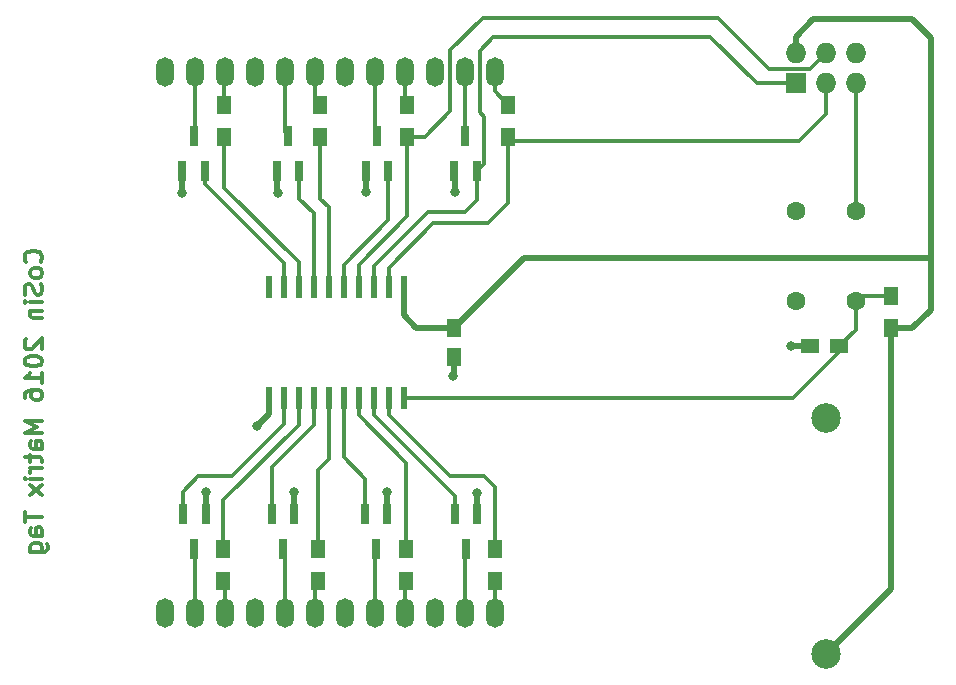
<source format=gbr>
G04 #@! TF.FileFunction,Copper,L2,Bot,Signal*
%FSLAX46Y46*%
G04 Gerber Fmt 4.6, Leading zero omitted, Abs format (unit mm)*
G04 Created by KiCad (PCBNEW 4.0.2+dfsg1-stable) date Thu 23 Jun 2016 09:12:49 CEST*
%MOMM*%
G01*
G04 APERTURE LIST*
%ADD10C,0.100000*%
%ADD11C,0.300000*%
%ADD12C,1.600000*%
%ADD13C,2.500000*%
%ADD14R,1.250000X1.500000*%
%ADD15R,1.500000X1.250000*%
%ADD16R,1.727200X1.727200*%
%ADD17O,1.727200X1.727200*%
%ADD18R,0.800100X1.800860*%
%ADD19R,1.300000X1.500000*%
%ADD20R,0.600000X1.950000*%
%ADD21O,1.500000X2.500000*%
%ADD22C,0.800000*%
%ADD23C,0.500000*%
%ADD24C,0.350000*%
G04 APERTURE END LIST*
D10*
D11*
X159535714Y-96142858D02*
X159607143Y-96071429D01*
X159678571Y-95857143D01*
X159678571Y-95714286D01*
X159607143Y-95500001D01*
X159464286Y-95357143D01*
X159321429Y-95285715D01*
X159035714Y-95214286D01*
X158821429Y-95214286D01*
X158535714Y-95285715D01*
X158392857Y-95357143D01*
X158250000Y-95500001D01*
X158178571Y-95714286D01*
X158178571Y-95857143D01*
X158250000Y-96071429D01*
X158321429Y-96142858D01*
X159678571Y-97000001D02*
X159607143Y-96857143D01*
X159535714Y-96785715D01*
X159392857Y-96714286D01*
X158964286Y-96714286D01*
X158821429Y-96785715D01*
X158750000Y-96857143D01*
X158678571Y-97000001D01*
X158678571Y-97214286D01*
X158750000Y-97357143D01*
X158821429Y-97428572D01*
X158964286Y-97500001D01*
X159392857Y-97500001D01*
X159535714Y-97428572D01*
X159607143Y-97357143D01*
X159678571Y-97214286D01*
X159678571Y-97000001D01*
X159607143Y-98071429D02*
X159678571Y-98285715D01*
X159678571Y-98642858D01*
X159607143Y-98785715D01*
X159535714Y-98857144D01*
X159392857Y-98928572D01*
X159250000Y-98928572D01*
X159107143Y-98857144D01*
X159035714Y-98785715D01*
X158964286Y-98642858D01*
X158892857Y-98357144D01*
X158821429Y-98214286D01*
X158750000Y-98142858D01*
X158607143Y-98071429D01*
X158464286Y-98071429D01*
X158321429Y-98142858D01*
X158250000Y-98214286D01*
X158178571Y-98357144D01*
X158178571Y-98714286D01*
X158250000Y-98928572D01*
X159678571Y-99571429D02*
X158678571Y-99571429D01*
X158178571Y-99571429D02*
X158250000Y-99500000D01*
X158321429Y-99571429D01*
X158250000Y-99642857D01*
X158178571Y-99571429D01*
X158321429Y-99571429D01*
X158678571Y-100285715D02*
X159678571Y-100285715D01*
X158821429Y-100285715D02*
X158750000Y-100357143D01*
X158678571Y-100500001D01*
X158678571Y-100714286D01*
X158750000Y-100857143D01*
X158892857Y-100928572D01*
X159678571Y-100928572D01*
X158321429Y-102714286D02*
X158250000Y-102785715D01*
X158178571Y-102928572D01*
X158178571Y-103285715D01*
X158250000Y-103428572D01*
X158321429Y-103500001D01*
X158464286Y-103571429D01*
X158607143Y-103571429D01*
X158821429Y-103500001D01*
X159678571Y-102642858D01*
X159678571Y-103571429D01*
X158178571Y-104500000D02*
X158178571Y-104642857D01*
X158250000Y-104785714D01*
X158321429Y-104857143D01*
X158464286Y-104928572D01*
X158750000Y-105000000D01*
X159107143Y-105000000D01*
X159392857Y-104928572D01*
X159535714Y-104857143D01*
X159607143Y-104785714D01*
X159678571Y-104642857D01*
X159678571Y-104500000D01*
X159607143Y-104357143D01*
X159535714Y-104285714D01*
X159392857Y-104214286D01*
X159107143Y-104142857D01*
X158750000Y-104142857D01*
X158464286Y-104214286D01*
X158321429Y-104285714D01*
X158250000Y-104357143D01*
X158178571Y-104500000D01*
X159678571Y-106428571D02*
X159678571Y-105571428D01*
X159678571Y-106000000D02*
X158178571Y-106000000D01*
X158392857Y-105857143D01*
X158535714Y-105714285D01*
X158607143Y-105571428D01*
X158178571Y-107714285D02*
X158178571Y-107428571D01*
X158250000Y-107285714D01*
X158321429Y-107214285D01*
X158535714Y-107071428D01*
X158821429Y-106999999D01*
X159392857Y-106999999D01*
X159535714Y-107071428D01*
X159607143Y-107142856D01*
X159678571Y-107285714D01*
X159678571Y-107571428D01*
X159607143Y-107714285D01*
X159535714Y-107785714D01*
X159392857Y-107857142D01*
X159035714Y-107857142D01*
X158892857Y-107785714D01*
X158821429Y-107714285D01*
X158750000Y-107571428D01*
X158750000Y-107285714D01*
X158821429Y-107142856D01*
X158892857Y-107071428D01*
X159035714Y-106999999D01*
X159678571Y-109642856D02*
X158178571Y-109642856D01*
X159250000Y-110142856D01*
X158178571Y-110642856D01*
X159678571Y-110642856D01*
X159678571Y-111999999D02*
X158892857Y-111999999D01*
X158750000Y-111928570D01*
X158678571Y-111785713D01*
X158678571Y-111499999D01*
X158750000Y-111357142D01*
X159607143Y-111999999D02*
X159678571Y-111857142D01*
X159678571Y-111499999D01*
X159607143Y-111357142D01*
X159464286Y-111285713D01*
X159321429Y-111285713D01*
X159178571Y-111357142D01*
X159107143Y-111499999D01*
X159107143Y-111857142D01*
X159035714Y-111999999D01*
X158678571Y-112499999D02*
X158678571Y-113071428D01*
X158178571Y-112714285D02*
X159464286Y-112714285D01*
X159607143Y-112785713D01*
X159678571Y-112928571D01*
X159678571Y-113071428D01*
X159678571Y-113571428D02*
X158678571Y-113571428D01*
X158964286Y-113571428D02*
X158821429Y-113642856D01*
X158750000Y-113714285D01*
X158678571Y-113857142D01*
X158678571Y-113999999D01*
X159678571Y-114499999D02*
X158678571Y-114499999D01*
X158178571Y-114499999D02*
X158250000Y-114428570D01*
X158321429Y-114499999D01*
X158250000Y-114571427D01*
X158178571Y-114499999D01*
X158321429Y-114499999D01*
X159678571Y-115071428D02*
X158678571Y-115857142D01*
X158678571Y-115071428D02*
X159678571Y-115857142D01*
X158178571Y-117357142D02*
X158178571Y-118214285D01*
X159678571Y-117785714D02*
X158178571Y-117785714D01*
X159678571Y-119357142D02*
X158892857Y-119357142D01*
X158750000Y-119285713D01*
X158678571Y-119142856D01*
X158678571Y-118857142D01*
X158750000Y-118714285D01*
X159607143Y-119357142D02*
X159678571Y-119214285D01*
X159678571Y-118857142D01*
X159607143Y-118714285D01*
X159464286Y-118642856D01*
X159321429Y-118642856D01*
X159178571Y-118714285D01*
X159107143Y-118857142D01*
X159107143Y-119214285D01*
X159035714Y-119357142D01*
X158678571Y-120714285D02*
X159892857Y-120714285D01*
X160035714Y-120642856D01*
X160107143Y-120571428D01*
X160178571Y-120428571D01*
X160178571Y-120214285D01*
X160107143Y-120071428D01*
X159607143Y-120714285D02*
X159678571Y-120571428D01*
X159678571Y-120285714D01*
X159607143Y-120142856D01*
X159535714Y-120071428D01*
X159392857Y-119999999D01*
X158964286Y-119999999D01*
X158821429Y-120071428D01*
X158750000Y-120142856D01*
X158678571Y-120285714D01*
X158678571Y-120571428D01*
X158750000Y-120714285D01*
D12*
X223460000Y-91890000D03*
X228540000Y-91890000D03*
X223460000Y-99510000D03*
X228540000Y-99510000D03*
D13*
X226000000Y-129350000D03*
X226000000Y-109350000D03*
D14*
X194500000Y-104250000D03*
X194500000Y-101750000D03*
D15*
X227150000Y-103300000D03*
X224650000Y-103300000D03*
D16*
X223460000Y-81040000D03*
D17*
X223460000Y-78500000D03*
X226000000Y-81040000D03*
X226000000Y-78500000D03*
X228540000Y-81040000D03*
X228540000Y-78500000D03*
D18*
X173450000Y-88501140D03*
X171550000Y-88501140D03*
X172500000Y-85498860D03*
X181450000Y-88501140D03*
X179550000Y-88501140D03*
X180500000Y-85498860D03*
X188950000Y-88501140D03*
X187050000Y-88501140D03*
X188000000Y-85498860D03*
X196450000Y-88501140D03*
X194550000Y-88501140D03*
X195500000Y-85498860D03*
X171600000Y-117500000D03*
X173500000Y-117500000D03*
X172550000Y-120502280D03*
X179100000Y-117500000D03*
X181000000Y-117500000D03*
X180050000Y-120502280D03*
X187000000Y-117500000D03*
X188900000Y-117500000D03*
X187950000Y-120502280D03*
X194600000Y-117500000D03*
X196500000Y-117500000D03*
X195550000Y-120502280D03*
D19*
X198000000Y-123200000D03*
X198000000Y-120500000D03*
X190500000Y-123200000D03*
X190500000Y-120500000D03*
X231500000Y-101750000D03*
X231500000Y-99050000D03*
X183000000Y-123200000D03*
X183000000Y-120500000D03*
X175000000Y-123200000D03*
X175000000Y-120500000D03*
X199100000Y-82850000D03*
X199100000Y-85550000D03*
X190600000Y-82850000D03*
X190600000Y-85550000D03*
X183200000Y-82850000D03*
X183200000Y-85550000D03*
X175100000Y-82850000D03*
X175100000Y-85550000D03*
D20*
X190270000Y-107700000D03*
X189000000Y-107700000D03*
X187730000Y-107700000D03*
X186460000Y-107700000D03*
X185190000Y-107700000D03*
X183920000Y-107700000D03*
X182650000Y-107700000D03*
X181380000Y-107700000D03*
X180110000Y-107700000D03*
X178840000Y-107700000D03*
X178840000Y-98300000D03*
X180110000Y-98300000D03*
X181380000Y-98300000D03*
X182650000Y-98300000D03*
X183920000Y-98300000D03*
X185190000Y-98300000D03*
X186460000Y-98300000D03*
X187730000Y-98300000D03*
X189000000Y-98300000D03*
X190270000Y-98300000D03*
D21*
X170040000Y-125900000D03*
X172580000Y-125900000D03*
X175120000Y-125900000D03*
X177660000Y-125900000D03*
X180200000Y-125900000D03*
X182740000Y-125900000D03*
X185280000Y-125900000D03*
X187820000Y-125900000D03*
X190360000Y-125900000D03*
X192900000Y-125900000D03*
X195440000Y-125900000D03*
X197980000Y-125900000D03*
X170040000Y-80100000D03*
X172580000Y-80100000D03*
X175120000Y-80100000D03*
X177660000Y-80100000D03*
X180200000Y-80100000D03*
X182740000Y-80100000D03*
X185280000Y-80100000D03*
X187820000Y-80100000D03*
X190360000Y-80100000D03*
X192900000Y-80100000D03*
X195440000Y-80100000D03*
X197980000Y-80100000D03*
D22*
X223100000Y-103300000D03*
X171500000Y-90300000D03*
X179600000Y-90300000D03*
X187100000Y-90200000D03*
X194600000Y-90200000D03*
X196500000Y-115700000D03*
X188900000Y-115600000D03*
X181000000Y-115600000D03*
X173520000Y-115650000D03*
X177850000Y-110020000D03*
X194490000Y-105810000D03*
D23*
X234900000Y-95800000D02*
X234900000Y-77211735D01*
X234900000Y-77211735D02*
X233288265Y-75600000D01*
X233288265Y-75600000D02*
X224969016Y-75600000D01*
X224969016Y-75600000D02*
X223460000Y-77109016D01*
X223460000Y-77109016D02*
X223460000Y-78500000D01*
X234900000Y-100200000D02*
X233350000Y-101750000D01*
X233350000Y-101750000D02*
X231500000Y-101750000D01*
X234900000Y-95800000D02*
X234900000Y-100200000D01*
X200450000Y-95800000D02*
X234900000Y-95800000D01*
X194500000Y-101750000D02*
X200450000Y-95800000D01*
X226000000Y-129350000D02*
X231500000Y-123850000D01*
X231500000Y-123850000D02*
X231500000Y-101750000D01*
X191340000Y-101750000D02*
X190270000Y-100680000D01*
X190270000Y-100680000D02*
X190270000Y-98300000D01*
X194500000Y-101750000D02*
X191340000Y-101750000D01*
X224650000Y-103300000D02*
X223100000Y-103300000D01*
X171500000Y-88501140D02*
X171500000Y-90300000D01*
X179550000Y-88501140D02*
X179550000Y-90250000D01*
X179550000Y-90250000D02*
X179600000Y-90300000D01*
X187100000Y-88500000D02*
X187100000Y-90200000D01*
X194600000Y-88500000D02*
X194600000Y-90200000D01*
X196500000Y-117500000D02*
X196500000Y-115700000D01*
X188900000Y-117500000D02*
X188900000Y-115600000D01*
X181000000Y-117500000D02*
X181000000Y-115600000D01*
X173500000Y-117500000D02*
X173500000Y-115670000D01*
X173500000Y-115670000D02*
X173520000Y-115650000D01*
X178840000Y-107700000D02*
X178840000Y-109030000D01*
X178840000Y-109030000D02*
X177850000Y-110020000D01*
X194500000Y-104250000D02*
X194500000Y-105800000D01*
X194500000Y-105800000D02*
X194490000Y-105810000D01*
D24*
X227150000Y-103300000D02*
X228540000Y-101910000D01*
X228540000Y-101910000D02*
X228540000Y-99510000D01*
X231500000Y-99050000D02*
X229000000Y-99050000D01*
X229000000Y-99050000D02*
X228540000Y-99510000D01*
X228050000Y-99050000D02*
X228000000Y-99100000D01*
X223200000Y-107700000D02*
X227150000Y-103750000D01*
X227150000Y-103750000D02*
X227150000Y-103300000D01*
X190270000Y-107700000D02*
X223200000Y-107700000D01*
X228540000Y-81040000D02*
X228540000Y-91760000D01*
X172580000Y-125900000D02*
X172580000Y-120532280D01*
X172580000Y-120532280D02*
X172550000Y-120502280D01*
X175120000Y-125900000D02*
X175120000Y-123320000D01*
X175120000Y-123320000D02*
X175000000Y-123200000D01*
X180200000Y-125900000D02*
X180200000Y-120652280D01*
X180200000Y-120652280D02*
X180050000Y-120502280D01*
X182740000Y-125900000D02*
X182740000Y-123460000D01*
X182740000Y-123460000D02*
X183000000Y-123200000D01*
X187820000Y-125900000D02*
X187820000Y-120632280D01*
X187820000Y-120632280D02*
X187950000Y-120502280D01*
X190360000Y-125900000D02*
X190360000Y-123340000D01*
X190360000Y-123340000D02*
X190500000Y-123200000D01*
X195440000Y-125900000D02*
X195440000Y-120612280D01*
X195440000Y-120612280D02*
X195550000Y-120502280D01*
X197980000Y-125900000D02*
X197980000Y-123220000D01*
X197980000Y-123220000D02*
X198000000Y-123200000D01*
X199100000Y-82850000D02*
X197980000Y-81730000D01*
X197980000Y-81730000D02*
X197980000Y-80100000D01*
X195440000Y-80100000D02*
X195440000Y-85387720D01*
X195440000Y-85387720D02*
X195550000Y-85497720D01*
X190600000Y-82850000D02*
X190360000Y-82610000D01*
X190360000Y-82610000D02*
X190360000Y-80100000D01*
X187000000Y-117500000D02*
X187000000Y-114505134D01*
X187000000Y-114505134D02*
X185190000Y-112695134D01*
X185190000Y-112695134D02*
X185190000Y-107700000D01*
X194600000Y-117500000D02*
X194600000Y-116017066D01*
X194600000Y-116017066D02*
X187730000Y-109147066D01*
X187730000Y-109147066D02*
X187730000Y-107700000D01*
X179100000Y-117500000D02*
X179100000Y-113540050D01*
X179100000Y-113540050D02*
X182650000Y-109990050D01*
X182650000Y-109990050D02*
X182650000Y-107700000D01*
X223713749Y-85907542D02*
X199457542Y-85907542D01*
X199457542Y-85907542D02*
X199100000Y-85550000D01*
X189000000Y-98300000D02*
X189000000Y-96700000D01*
X192800000Y-92900000D02*
X197400000Y-92900000D01*
X189000000Y-96700000D02*
X192800000Y-92900000D01*
X197400000Y-92900000D02*
X199100000Y-91200000D01*
X199100000Y-91200000D02*
X199100000Y-85550000D01*
X223713749Y-85907542D02*
X226000000Y-83621291D01*
X226000000Y-83621291D02*
X226000000Y-81040000D01*
X175000000Y-120500000D02*
X175000000Y-116323015D01*
X175000000Y-116323015D02*
X181380000Y-109943015D01*
X181380000Y-109943015D02*
X181380000Y-107700000D01*
X183000000Y-120500000D02*
X183000000Y-113759371D01*
X183000000Y-113759371D02*
X183920000Y-112839371D01*
X183920000Y-112839371D02*
X183920000Y-107700000D01*
X186460000Y-109144126D02*
X186460000Y-107700000D01*
X190500000Y-113184126D02*
X186460000Y-109144126D01*
X190500000Y-120500000D02*
X190500000Y-113184126D01*
X198000000Y-120500000D02*
X198000000Y-115187113D01*
X198000000Y-115187113D02*
X197107953Y-114295066D01*
X197107953Y-114295066D02*
X194175964Y-114295066D01*
X189000000Y-109119102D02*
X189000000Y-107700000D01*
X194175964Y-114295066D02*
X189000000Y-109119102D01*
X171600000Y-117500000D02*
X171600000Y-115600124D01*
X171600000Y-115600124D02*
X172905058Y-114295066D01*
X172905058Y-114295066D02*
X175710914Y-114295066D01*
X175710914Y-114295066D02*
X180110000Y-109895980D01*
X180110000Y-109895980D02*
X180110000Y-107700000D01*
X196450000Y-88501140D02*
X197100000Y-87851140D01*
X197100000Y-87851140D02*
X197100000Y-83872112D01*
X197100000Y-83872112D02*
X196700000Y-83472112D01*
X196700000Y-83472112D02*
X196700000Y-78300000D01*
X196700000Y-78300000D02*
X197866501Y-77133499D01*
X197866501Y-77133499D02*
X216254959Y-77133499D01*
X216254959Y-77133499D02*
X220161460Y-81040000D01*
X220161460Y-81040000D02*
X223460000Y-81040000D01*
X195500000Y-91900000D02*
X196450000Y-90950000D01*
X196450000Y-90950000D02*
X196450000Y-88501140D01*
X192300000Y-91900000D02*
X195500000Y-91900000D01*
X187730000Y-96470000D02*
X192300000Y-91900000D01*
X187730000Y-96470000D02*
X187730000Y-98300000D01*
X185190000Y-96410000D02*
X188950000Y-92650000D01*
X188950000Y-92650000D02*
X188950000Y-88501140D01*
X185190000Y-98300000D02*
X185190000Y-96410000D01*
X182650000Y-98300000D02*
X182650000Y-92057292D01*
X182650000Y-92057292D02*
X181450000Y-90857292D01*
X181450000Y-90857292D02*
X181450000Y-88501140D01*
X180110000Y-98300000D02*
X180131768Y-98278232D01*
X180131768Y-98278232D02*
X180131768Y-96280000D01*
X180131768Y-96280000D02*
X173450000Y-89598232D01*
X173450000Y-89598232D02*
X173450000Y-88501140D01*
X188000000Y-85498860D02*
X187820000Y-85318860D01*
X187820000Y-85318860D02*
X187820000Y-80100000D01*
X183200000Y-82850000D02*
X182740000Y-82390000D01*
X182740000Y-82390000D02*
X182740000Y-80100000D01*
X180500000Y-85498860D02*
X180200000Y-85198860D01*
X180200000Y-85198860D02*
X180200000Y-80100000D01*
X175100000Y-82850000D02*
X175100000Y-80120000D01*
X175100000Y-80120000D02*
X175120000Y-80100000D01*
X172580000Y-80100000D02*
X172580000Y-85368860D01*
X172580000Y-85368860D02*
X172450000Y-85498860D01*
X183920000Y-98300000D02*
X183920000Y-91520000D01*
X183200000Y-90800000D02*
X183200000Y-85550000D01*
X183920000Y-91520000D02*
X183200000Y-90800000D01*
X181380000Y-96180000D02*
X175100000Y-89900000D01*
X175100000Y-89900000D02*
X175100000Y-85550000D01*
X181380000Y-98300000D02*
X181380000Y-96180000D01*
X190600000Y-85550000D02*
X192049442Y-85550000D01*
X224700586Y-79799414D02*
X226000000Y-78500000D01*
X192049442Y-85550000D02*
X194200000Y-83399442D01*
X194200000Y-83399442D02*
X194200000Y-78253678D01*
X194200000Y-78253678D02*
X196960918Y-75492760D01*
X196960918Y-75492760D02*
X216922760Y-75492760D01*
X216922760Y-75492760D02*
X221229414Y-79799414D01*
X221229414Y-79799414D02*
X224700586Y-79799414D01*
X186460000Y-96440000D02*
X190600000Y-92300000D01*
X190600000Y-92300000D02*
X190600000Y-85550000D01*
X186460000Y-98300000D02*
X186460000Y-96440000D01*
M02*

</source>
